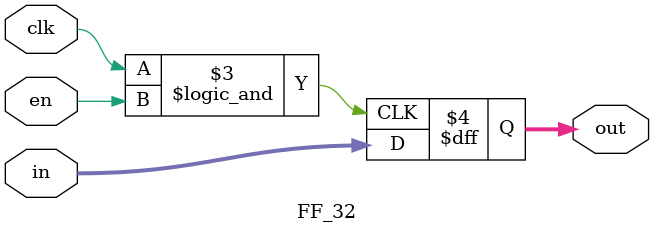
<source format=sv>
module FF_32(input logic [31:0] in, input logic en, clk, output logic [31:0] out);

always_ff@(posedge clk && (en == 1)) out = in;

endmodule 
</source>
